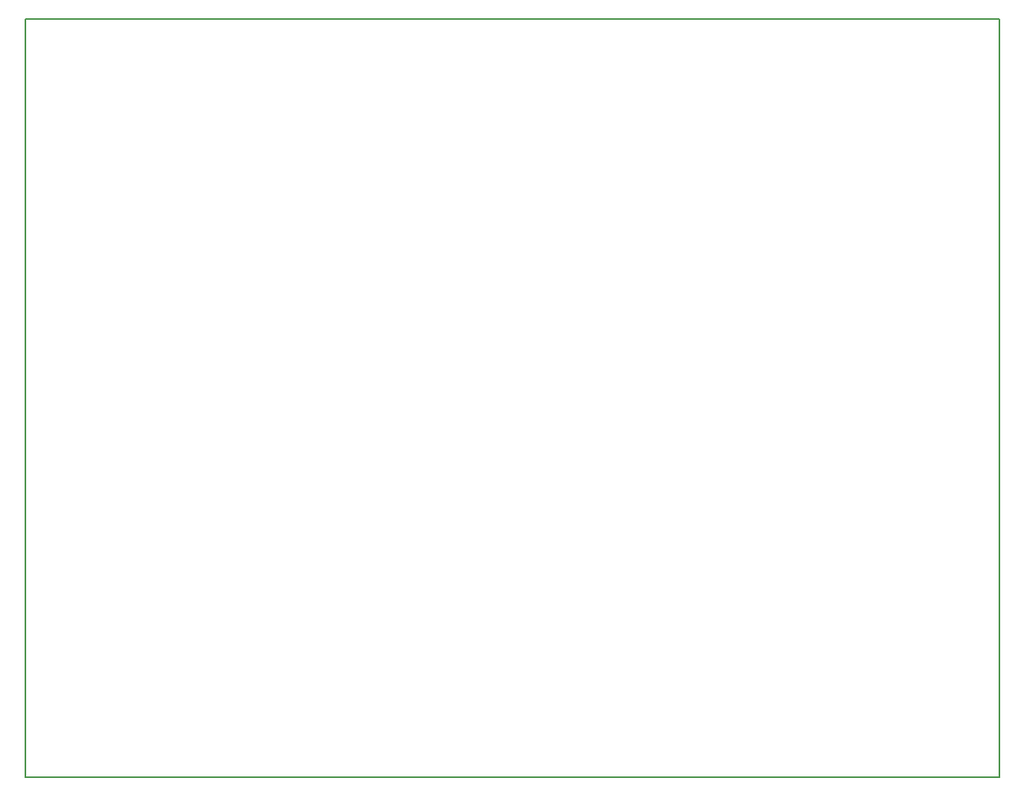
<source format=gko>
G04 #@! TF.GenerationSoftware,KiCad,Pcbnew,(5.0.0-rc2-dev-340-g7483a73a5)*
G04 #@! TF.CreationDate,2018-04-20T18:58:31+02:00*
G04 #@! TF.ProjectId,PWRCTRLBRD,5057524354524C4252442E6B69636164,rev?*
G04 #@! TF.SameCoordinates,Original*
G04 #@! TF.FileFunction,Profile,NP*
%FSLAX46Y46*%
G04 Gerber Fmt 4.6, Leading zero omitted, Abs format (unit mm)*
G04 Created by KiCad (PCBNEW (5.0.0-rc2-dev-340-g7483a73a5)) date 04/20/18 18:58:31*
%MOMM*%
%LPD*%
G01*
G04 APERTURE LIST*
%ADD10C,0.150000*%
G04 APERTURE END LIST*
D10*
X115824000Y-156692000D02*
X115824000Y-75692000D01*
X219824000Y-156692000D02*
X115824000Y-156692000D01*
X219824000Y-75692000D02*
X219824000Y-156692000D01*
X115824000Y-75692000D02*
X219824000Y-75692000D01*
M02*

</source>
